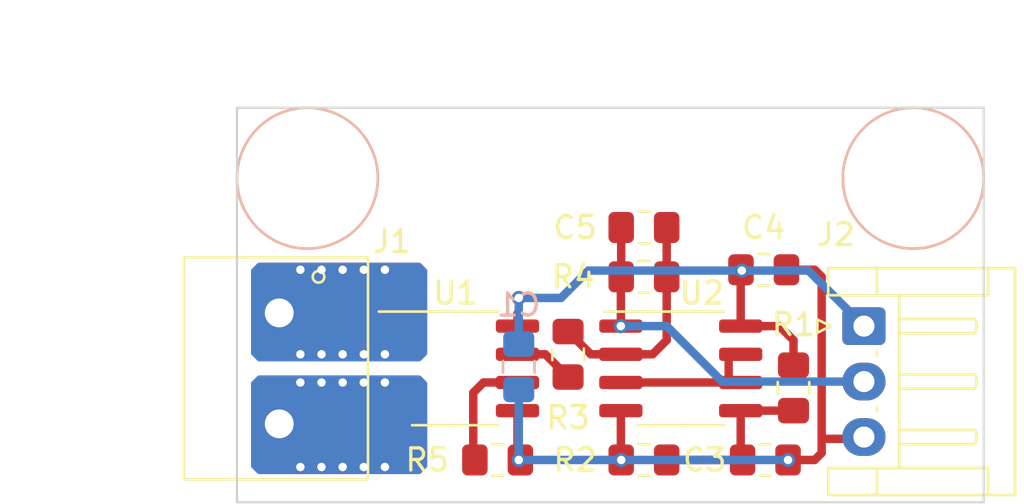
<source format=kicad_pcb>
(kicad_pcb (version 20171130) (host pcbnew "(5.1.5)-3")

  (general
    (thickness 1.6)
    (drawings 6)
    (tracks 94)
    (zones 0)
    (modules 15)
    (nets 11)
  )

  (page A4)
  (layers
    (0 F.Cu signal)
    (31 B.Cu signal)
    (32 B.Adhes user)
    (33 F.Adhes user)
    (34 B.Paste user)
    (35 F.Paste user)
    (36 B.SilkS user)
    (37 F.SilkS user)
    (38 B.Mask user)
    (39 F.Mask user)
    (40 Dwgs.User user)
    (41 Cmts.User user)
    (42 Eco1.User user)
    (43 Eco2.User user)
    (44 Edge.Cuts user)
    (45 Margin user)
    (46 B.CrtYd user)
    (47 F.CrtYd user)
    (48 B.Fab user hide)
    (49 F.Fab user hide)
  )

  (setup
    (last_trace_width 0.381)
    (trace_clearance 0.1524)
    (zone_clearance 0.508)
    (zone_45_only no)
    (trace_min 0.2)
    (via_size 0.635)
    (via_drill 0.381)
    (via_min_size 0.4)
    (via_min_drill 0.3)
    (uvia_size 0.3)
    (uvia_drill 0.1)
    (uvias_allowed no)
    (uvia_min_size 0.2)
    (uvia_min_drill 0.1)
    (edge_width 0.05)
    (segment_width 0.2)
    (pcb_text_width 0.3)
    (pcb_text_size 1.5 1.5)
    (mod_edge_width 0.12)
    (mod_text_size 1 1)
    (mod_text_width 0.15)
    (pad_size 1.524 1.524)
    (pad_drill 0.762)
    (pad_to_mask_clearance 0.051)
    (solder_mask_min_width 0.25)
    (aux_axis_origin 0 0)
    (grid_origin 130.175 102.235)
    (visible_elements 7FFFFFFF)
    (pcbplotparams
      (layerselection 0x010fc_ffffffff)
      (usegerberextensions false)
      (usegerberattributes false)
      (usegerberadvancedattributes false)
      (creategerberjobfile false)
      (excludeedgelayer true)
      (linewidth 0.100000)
      (plotframeref false)
      (viasonmask false)
      (mode 1)
      (useauxorigin false)
      (hpglpennumber 1)
      (hpglpenspeed 20)
      (hpglpendiameter 15.000000)
      (psnegative false)
      (psa4output false)
      (plotreference true)
      (plotvalue true)
      (plotinvisibletext false)
      (padsonsilk false)
      (subtractmaskfromsilk false)
      (outputformat 1)
      (mirror false)
      (drillshape 0)
      (scaleselection 1)
      (outputdirectory ""))
  )

  (net 0 "")
  (net 1 GND)
  (net 2 /NeutOut)
  (net 3 /Filter)
  (net 4 /Out)
  (net 5 /Neutral)
  (net 6 /VIOut)
  (net 7 /Amp+)
  (net 8 +3V3)
  (net 9 /Ref)
  (net 10 /Amp-)

  (net_class Default "This is the default net class."
    (clearance 0.1524)
    (trace_width 0.381)
    (via_dia 0.635)
    (via_drill 0.381)
    (uvia_dia 0.3)
    (uvia_drill 0.1)
    (add_net +3V3)
    (add_net /Amp+)
    (add_net /Amp-)
    (add_net /Filter)
    (add_net /NeutOut)
    (add_net /Neutral)
    (add_net /Out)
    (add_net /Ref)
    (add_net /VIOut)
    (add_net GND)
  )

  (module Resistor_SMD:R_0805_2012Metric_Pad1.15x1.40mm_HandSolder (layer F.Cu) (tedit 5B36C52B) (tstamp 5F2B026D)
    (at 141.9225 100.33 180)
    (descr "Resistor SMD 0805 (2012 Metric), square (rectangular) end terminal, IPC_7351 nominal with elongated pad for handsoldering. (Body size source: https://docs.google.com/spreadsheets/d/1BsfQQcO9C6DZCsRaXUlFlo91Tg2WpOkGARC1WS5S8t0/edit?usp=sharing), generated with kicad-footprint-generator")
    (tags "resistor handsolder")
    (path /5F2B14E5)
    (attr smd)
    (fp_text reference R5 (at 3.175 0) (layer F.SilkS)
      (effects (font (size 1 1) (thickness 0.15)))
    )
    (fp_text value 0 (at 0 1.65) (layer F.Fab)
      (effects (font (size 1 1) (thickness 0.15)))
    )
    (fp_text user %R (at 0 0) (layer F.Fab)
      (effects (font (size 0.5 0.5) (thickness 0.08)))
    )
    (fp_line (start 1.85 0.95) (end -1.85 0.95) (layer F.CrtYd) (width 0.05))
    (fp_line (start 1.85 -0.95) (end 1.85 0.95) (layer F.CrtYd) (width 0.05))
    (fp_line (start -1.85 -0.95) (end 1.85 -0.95) (layer F.CrtYd) (width 0.05))
    (fp_line (start -1.85 0.95) (end -1.85 -0.95) (layer F.CrtYd) (width 0.05))
    (fp_line (start -0.261252 0.71) (end 0.261252 0.71) (layer F.SilkS) (width 0.12))
    (fp_line (start -0.261252 -0.71) (end 0.261252 -0.71) (layer F.SilkS) (width 0.12))
    (fp_line (start 1 0.6) (end -1 0.6) (layer F.Fab) (width 0.1))
    (fp_line (start 1 -0.6) (end 1 0.6) (layer F.Fab) (width 0.1))
    (fp_line (start -1 -0.6) (end 1 -0.6) (layer F.Fab) (width 0.1))
    (fp_line (start -1 0.6) (end -1 -0.6) (layer F.Fab) (width 0.1))
    (pad 2 smd roundrect (at 1.025 0 180) (size 1.15 1.4) (layers F.Cu F.Paste F.Mask) (roundrect_rratio 0.217391)
      (net 3 /Filter))
    (pad 1 smd roundrect (at -1.025 0 180) (size 1.15 1.4) (layers F.Cu F.Paste F.Mask) (roundrect_rratio 0.217391)
      (net 1 GND))
    (model ${KISYS3DMOD}/Resistor_SMD.3dshapes/R_0805_2012Metric.wrl
      (at (xyz 0 0 0))
      (scale (xyz 1 1 1))
      (rotate (xyz 0 0 0))
    )
  )

  (module 0MiscParts:SOIC-8_3.9x5.4mm_P1.27mm (layer F.Cu) (tedit 5EECF883) (tstamp 5EEBF0A9)
    (at 150.1775 96.2025)
    (descr "SOIC, 8 Pin (JEDEC MS-012AA, https://www.analog.com/media/en/package-pcb-resources/package/pkg_pdf/soic_narrow-r/r_8.pdf), generated with kicad-footprint-generator ipc_gullwing_generator.py")
    (tags "SOIC SO")
    (path /5EEDAF12)
    (attr smd)
    (fp_text reference U2 (at 0.9525 -3.4) (layer F.SilkS)
      (effects (font (size 1 1) (thickness 0.15)))
    )
    (fp_text value OPA2170 (at 0 3.4) (layer F.Fab)
      (effects (font (size 1 1) (thickness 0.15)))
    )
    (fp_text user %R (at 0 0) (layer F.Fab)
      (effects (font (size 0.98 0.98) (thickness 0.15)))
    )
    (fp_line (start 3.9 -2.7) (end -3.9 -2.7) (layer F.CrtYd) (width 0.05))
    (fp_line (start 3.9 2.7) (end 3.9 -2.7) (layer F.CrtYd) (width 0.05))
    (fp_line (start -3.9 2.7) (end 3.9 2.7) (layer F.CrtYd) (width 0.05))
    (fp_line (start -3.9 -2.7) (end -3.9 2.7) (layer F.CrtYd) (width 0.05))
    (fp_line (start -1.95 -1.475) (end -0.975 -2.45) (layer F.Fab) (width 0.1))
    (fp_line (start -1.95 2.45) (end -1.95 -1.475) (layer F.Fab) (width 0.1))
    (fp_line (start 1.95 2.45) (end -1.95 2.45) (layer F.Fab) (width 0.1))
    (fp_line (start 1.95 -2.45) (end 1.95 2.45) (layer F.Fab) (width 0.1))
    (fp_line (start -0.975 -2.45) (end 1.95 -2.45) (layer F.Fab) (width 0.1))
    (fp_line (start 0 -2.56) (end -3.45 -2.56) (layer F.SilkS) (width 0.12))
    (fp_line (start 0 -2.56) (end 1.95 -2.56) (layer F.SilkS) (width 0.12))
    (fp_line (start 0 2.56) (end -1.95 2.56) (layer F.SilkS) (width 0.12))
    (fp_line (start 0 2.56) (end 1.95 2.56) (layer F.SilkS) (width 0.12))
    (pad 8 smd roundrect (at 2.7 -1.905) (size 1.95 0.6) (layers F.Cu F.Paste F.Mask) (roundrect_rratio 0.25)
      (net 8 +3V3))
    (pad 7 smd roundrect (at 2.7 -0.635) (size 1.95 0.6) (layers F.Cu F.Paste F.Mask) (roundrect_rratio 0.25)
      (net 7 /Amp+))
    (pad 6 smd roundrect (at 2.7 0.635) (size 1.95 0.6) (layers F.Cu F.Paste F.Mask) (roundrect_rratio 0.25)
      (net 7 /Amp+))
    (pad 5 smd roundrect (at 2.7 1.905) (size 1.95 0.6) (layers F.Cu F.Paste F.Mask) (roundrect_rratio 0.25)
      (net 9 /Ref))
    (pad 4 smd roundrect (at -2.7 1.905) (size 1.95 0.6) (layers F.Cu F.Paste F.Mask) (roundrect_rratio 0.25)
      (net 1 GND))
    (pad 3 smd roundrect (at -2.7 0.635) (size 1.95 0.6) (layers F.Cu F.Paste F.Mask) (roundrect_rratio 0.25)
      (net 7 /Amp+))
    (pad 2 smd roundrect (at -2.7 -0.635) (size 1.95 0.6) (layers F.Cu F.Paste F.Mask) (roundrect_rratio 0.25)
      (net 10 /Amp-))
    (pad 1 smd roundrect (at -2.7 -1.905) (size 1.95 0.6) (layers F.Cu F.Paste F.Mask) (roundrect_rratio 0.25)
      (net 4 /Out))
    (model ${KISYS3DMOD}/Package_SO.3dshapes/SOIC-8_3.9x4.9mm_P1.27mm.wrl
      (at (xyz 0 0 0))
      (scale (xyz 1 1 1))
      (rotate (xyz 0 0 0))
    )
  )

  (module 0MiscParts:SOIC-8_3.9x5.6mm_P1.27mm (layer F.Cu) (tedit 5EECF5C3) (tstamp 5EE9D3E8)
    (at 140.0175 96.2025)
    (descr "SOIC, 8 Pin (JEDEC MS-012AA, https://www.analog.com/media/en/package-pcb-resources/package/pkg_pdf/soic_narrow-r/r_8.pdf), generated with kicad-footprint-generator ipc_gullwing_generator.py")
    (tags "SOIC SO")
    (path /5EE8CBCB)
    (attr smd)
    (fp_text reference U1 (at 0 -3.4) (layer F.SilkS)
      (effects (font (size 1 1) (thickness 0.15)))
    )
    (fp_text value ACS712xLCTR-05B (at 0 3.4) (layer F.Fab)
      (effects (font (size 1 1) (thickness 0.15)))
    )
    (fp_text user %R (at 0 0) (layer F.Fab)
      (effects (font (size 0.98 0.98) (thickness 0.15)))
    )
    (fp_line (start 3.9 -2.7) (end -3.9 -2.7) (layer F.CrtYd) (width 0.05))
    (fp_line (start 3.9 2.7) (end 3.9 -2.7) (layer F.CrtYd) (width 0.05))
    (fp_line (start -3.9 2.7) (end 3.9 2.7) (layer F.CrtYd) (width 0.05))
    (fp_line (start -3.9 -2.7) (end -3.9 2.7) (layer F.CrtYd) (width 0.05))
    (fp_line (start -1.95 -1.475) (end -0.975 -2.45) (layer F.Fab) (width 0.1))
    (fp_line (start -1.95 2.45) (end -1.95 -1.475) (layer F.Fab) (width 0.1))
    (fp_line (start 1.95 2.45) (end -1.95 2.45) (layer F.Fab) (width 0.1))
    (fp_line (start 1.95 -2.45) (end 1.95 2.45) (layer F.Fab) (width 0.1))
    (fp_line (start -0.975 -2.45) (end 1.95 -2.45) (layer F.Fab) (width 0.1))
    (fp_line (start 0 -2.56) (end -3.45 -2.56) (layer F.SilkS) (width 0.12))
    (fp_line (start 0 -2.56) (end 1.95 -2.56) (layer F.SilkS) (width 0.12))
    (fp_line (start 0 2.56) (end -1.95 2.56) (layer F.SilkS) (width 0.12))
    (fp_line (start 0 2.56) (end 1.95 2.56) (layer F.SilkS) (width 0.12))
    (pad 8 smd roundrect (at 2.8 -1.905) (size 1.95 0.6) (layers F.Cu F.Paste F.Mask) (roundrect_rratio 0.25)
      (net 8 +3V3))
    (pad 7 smd roundrect (at 2.8 -0.635) (size 1.95 0.6) (layers F.Cu F.Paste F.Mask) (roundrect_rratio 0.25)
      (net 6 /VIOut))
    (pad 6 smd roundrect (at 2.8 0.635) (size 1.95 0.6) (layers F.Cu F.Paste F.Mask) (roundrect_rratio 0.25)
      (net 3 /Filter))
    (pad 5 smd roundrect (at 2.8 1.905) (size 1.95 0.6) (layers F.Cu F.Paste F.Mask) (roundrect_rratio 0.25)
      (net 1 GND))
    (pad 4 smd roundrect (at -2.8 1.905) (size 1.95 0.6) (layers F.Cu F.Paste F.Mask) (roundrect_rratio 0.25)
      (net 2 /NeutOut))
    (pad 3 smd roundrect (at -2.8 0.635) (size 1.95 0.6) (layers F.Cu F.Paste F.Mask) (roundrect_rratio 0.25)
      (net 2 /NeutOut))
    (pad 2 smd roundrect (at -2.8 -0.635) (size 1.95 0.6) (layers F.Cu F.Paste F.Mask) (roundrect_rratio 0.25)
      (net 5 /Neutral))
    (pad 1 smd roundrect (at -2.8 -1.905) (size 1.95 0.6) (layers F.Cu F.Paste F.Mask) (roundrect_rratio 0.25)
      (net 5 /Neutral))
    (model ${KISYS3DMOD}/Package_SO.3dshapes/SOIC-8_3.9x4.9mm_P1.27mm.wrl
      (at (xyz 0 0 0))
      (scale (xyz 1 1 1))
      (rotate (xyz 0 0 0))
    )
  )

  (module 0MiscParts:2_Pin_5mm (layer F.Cu) (tedit 5EECA103) (tstamp 5EE9D370)
    (at 132.08 96.2025 270)
    (path /5F100ECF)
    (fp_text reference J1 (at -5.715 -5.08 180) (layer F.SilkS)
      (effects (font (size 1 1) (thickness 0.15)))
    )
    (fp_text value Conn_01x02_Female (at 0 2.286 90) (layer F.Fab)
      (effects (font (size 1 1) (thickness 0.15)))
    )
    (fp_circle (center -4.1275 -1.770183) (end -4.064 -1.516183) (layer F.SilkS) (width 0.12))
    (fp_line (start -5 -4) (end -5 4.3) (layer F.SilkS) (width 0.12))
    (fp_line (start -5 4.3) (end 5 4.3) (layer F.SilkS) (width 0.12))
    (fp_line (start 5 4.3) (end 5 -4) (layer F.SilkS) (width 0.12))
    (fp_line (start -5 -4) (end 5 -4) (layer F.SilkS) (width 0.12))
    (pad 1 thru_hole circle (at -2.5 0 270) (size 2.413 2.413) (drill 1.3) (layers *.Cu *.Mask)
      (net 5 /Neutral))
    (pad 2 thru_hole circle (at 2.5 0 270) (size 2.413 2.413) (drill 1.3) (layers *.Cu *.Mask)
      (net 2 /NeutOut))
  )

  (module Resistor_SMD:R_0805_2012Metric_Pad1.15x1.40mm_HandSolder (layer F.Cu) (tedit 5B36C52B) (tstamp 5EEBF05D)
    (at 148.5175 92.075)
    (descr "Resistor SMD 0805 (2012 Metric), square (rectangular) end terminal, IPC_7351 nominal with elongated pad for handsoldering. (Body size source: https://docs.google.com/spreadsheets/d/1BsfQQcO9C6DZCsRaXUlFlo91Tg2WpOkGARC1WS5S8t0/edit?usp=sharing), generated with kicad-footprint-generator")
    (tags "resistor handsolder")
    (path /5EEDAF4E)
    (attr smd)
    (fp_text reference R4 (at -3.175 0) (layer F.SilkS)
      (effects (font (size 1 1) (thickness 0.15)))
    )
    (fp_text value 20k (at 0 1.65) (layer F.Fab)
      (effects (font (size 1 1) (thickness 0.15)))
    )
    (fp_text user %R (at 0 0) (layer F.Fab)
      (effects (font (size 0.5 0.5) (thickness 0.08)))
    )
    (fp_line (start 1.85 0.95) (end -1.85 0.95) (layer F.CrtYd) (width 0.05))
    (fp_line (start 1.85 -0.95) (end 1.85 0.95) (layer F.CrtYd) (width 0.05))
    (fp_line (start -1.85 -0.95) (end 1.85 -0.95) (layer F.CrtYd) (width 0.05))
    (fp_line (start -1.85 0.95) (end -1.85 -0.95) (layer F.CrtYd) (width 0.05))
    (fp_line (start -0.261252 0.71) (end 0.261252 0.71) (layer F.SilkS) (width 0.12))
    (fp_line (start -0.261252 -0.71) (end 0.261252 -0.71) (layer F.SilkS) (width 0.12))
    (fp_line (start 1 0.6) (end -1 0.6) (layer F.Fab) (width 0.1))
    (fp_line (start 1 -0.6) (end 1 0.6) (layer F.Fab) (width 0.1))
    (fp_line (start -1 -0.6) (end 1 -0.6) (layer F.Fab) (width 0.1))
    (fp_line (start -1 0.6) (end -1 -0.6) (layer F.Fab) (width 0.1))
    (pad 2 smd roundrect (at 1.025 0) (size 1.15 1.4) (layers F.Cu F.Paste F.Mask) (roundrect_rratio 0.217391)
      (net 10 /Amp-))
    (pad 1 smd roundrect (at -1.025 0) (size 1.15 1.4) (layers F.Cu F.Paste F.Mask) (roundrect_rratio 0.217391)
      (net 4 /Out))
    (model ${KISYS3DMOD}/Resistor_SMD.3dshapes/R_0805_2012Metric.wrl
      (at (xyz 0 0 0))
      (scale (xyz 1 1 1))
      (rotate (xyz 0 0 0))
    )
  )

  (module Resistor_SMD:R_0805_2012Metric_Pad1.15x1.40mm_HandSolder (layer F.Cu) (tedit 5B36C52B) (tstamp 5EEBF03C)
    (at 148.5175 100.33)
    (descr "Resistor SMD 0805 (2012 Metric), square (rectangular) end terminal, IPC_7351 nominal with elongated pad for handsoldering. (Body size source: https://docs.google.com/spreadsheets/d/1BsfQQcO9C6DZCsRaXUlFlo91Tg2WpOkGARC1WS5S8t0/edit?usp=sharing), generated with kicad-footprint-generator")
    (tags "resistor handsolder")
    (path /5EEDAF35)
    (attr smd)
    (fp_text reference R2 (at -3.1025 0) (layer F.SilkS)
      (effects (font (size 1 1) (thickness 0.15)))
    )
    (fp_text value 10k (at 0 1.65) (layer F.Fab)
      (effects (font (size 1 1) (thickness 0.15)))
    )
    (fp_text user %R (at 0 0) (layer F.Fab)
      (effects (font (size 0.5 0.5) (thickness 0.08)))
    )
    (fp_line (start 1.85 0.95) (end -1.85 0.95) (layer F.CrtYd) (width 0.05))
    (fp_line (start 1.85 -0.95) (end 1.85 0.95) (layer F.CrtYd) (width 0.05))
    (fp_line (start -1.85 -0.95) (end 1.85 -0.95) (layer F.CrtYd) (width 0.05))
    (fp_line (start -1.85 0.95) (end -1.85 -0.95) (layer F.CrtYd) (width 0.05))
    (fp_line (start -0.261252 0.71) (end 0.261252 0.71) (layer F.SilkS) (width 0.12))
    (fp_line (start -0.261252 -0.71) (end 0.261252 -0.71) (layer F.SilkS) (width 0.12))
    (fp_line (start 1 0.6) (end -1 0.6) (layer F.Fab) (width 0.1))
    (fp_line (start 1 -0.6) (end 1 0.6) (layer F.Fab) (width 0.1))
    (fp_line (start -1 -0.6) (end 1 -0.6) (layer F.Fab) (width 0.1))
    (fp_line (start -1 0.6) (end -1 -0.6) (layer F.Fab) (width 0.1))
    (pad 2 smd roundrect (at 1.025 0) (size 1.15 1.4) (layers F.Cu F.Paste F.Mask) (roundrect_rratio 0.217391)
      (net 9 /Ref))
    (pad 1 smd roundrect (at -1.025 0) (size 1.15 1.4) (layers F.Cu F.Paste F.Mask) (roundrect_rratio 0.217391)
      (net 1 GND))
    (model ${KISYS3DMOD}/Resistor_SMD.3dshapes/R_0805_2012Metric.wrl
      (at (xyz 0 0 0))
      (scale (xyz 1 1 1))
      (rotate (xyz 0 0 0))
    )
  )

  (module Resistor_SMD:R_0805_2012Metric_Pad1.15x1.40mm_HandSolder (layer F.Cu) (tedit 5B36C52B) (tstamp 5EEBF02B)
    (at 155.2575 97.0825 90)
    (descr "Resistor SMD 0805 (2012 Metric), square (rectangular) end terminal, IPC_7351 nominal with elongated pad for handsoldering. (Body size source: https://docs.google.com/spreadsheets/d/1BsfQQcO9C6DZCsRaXUlFlo91Tg2WpOkGARC1WS5S8t0/edit?usp=sharing), generated with kicad-footprint-generator")
    (tags "resistor handsolder")
    (path /5EEDAF24)
    (attr smd)
    (fp_text reference R1 (at 2.8575 0 180) (layer F.SilkS)
      (effects (font (size 1 1) (thickness 0.15)))
    )
    (fp_text value 10k (at 0 1.65 90) (layer F.Fab)
      (effects (font (size 1 1) (thickness 0.15)))
    )
    (fp_text user %R (at 0 0 90) (layer F.Fab)
      (effects (font (size 0.5 0.5) (thickness 0.08)))
    )
    (fp_line (start 1.85 0.95) (end -1.85 0.95) (layer F.CrtYd) (width 0.05))
    (fp_line (start 1.85 -0.95) (end 1.85 0.95) (layer F.CrtYd) (width 0.05))
    (fp_line (start -1.85 -0.95) (end 1.85 -0.95) (layer F.CrtYd) (width 0.05))
    (fp_line (start -1.85 0.95) (end -1.85 -0.95) (layer F.CrtYd) (width 0.05))
    (fp_line (start -0.261252 0.71) (end 0.261252 0.71) (layer F.SilkS) (width 0.12))
    (fp_line (start -0.261252 -0.71) (end 0.261252 -0.71) (layer F.SilkS) (width 0.12))
    (fp_line (start 1 0.6) (end -1 0.6) (layer F.Fab) (width 0.1))
    (fp_line (start 1 -0.6) (end 1 0.6) (layer F.Fab) (width 0.1))
    (fp_line (start -1 -0.6) (end 1 -0.6) (layer F.Fab) (width 0.1))
    (fp_line (start -1 0.6) (end -1 -0.6) (layer F.Fab) (width 0.1))
    (pad 2 smd roundrect (at 1.025 0 90) (size 1.15 1.4) (layers F.Cu F.Paste F.Mask) (roundrect_rratio 0.217391)
      (net 8 +3V3))
    (pad 1 smd roundrect (at -1.025 0 90) (size 1.15 1.4) (layers F.Cu F.Paste F.Mask) (roundrect_rratio 0.217391)
      (net 9 /Ref))
    (model ${KISYS3DMOD}/Resistor_SMD.3dshapes/R_0805_2012Metric.wrl
      (at (xyz 0 0 0))
      (scale (xyz 1 1 1))
      (rotate (xyz 0 0 0))
    )
  )

  (module Connector_JST:JST_EH_S3B-EH_1x03_P2.50mm_Horizontal (layer F.Cu) (tedit 5C281425) (tstamp 5EEBF01A)
    (at 158.4325 94.2975 270)
    (descr "JST EH series connector, S3B-EH (http://www.jst-mfg.com/product/pdf/eng/eEH.pdf), generated with kicad-footprint-generator")
    (tags "connector JST EH horizontal")
    (path /5EEDAF9A)
    (fp_text reference J2 (at -4.1275 1.27 180) (layer F.SilkS)
      (effects (font (size 1 1) (thickness 0.15)))
    )
    (fp_text value Conn_01x03_Male (at 2.5 2.7 90) (layer F.Fab)
      (effects (font (size 1 1) (thickness 0.15)))
    )
    (fp_text user %R (at 2.5 -2.6 90) (layer F.Fab)
      (effects (font (size 1 1) (thickness 0.15)))
    )
    (fp_line (start 0 -1.407107) (end 0.5 -0.7) (layer F.Fab) (width 0.1))
    (fp_line (start -0.5 -0.7) (end 0 -1.407107) (layer F.Fab) (width 0.1))
    (fp_line (start 0.3 2.1) (end 0 1.5) (layer F.SilkS) (width 0.12))
    (fp_line (start -0.3 2.1) (end 0.3 2.1) (layer F.SilkS) (width 0.12))
    (fp_line (start 0 1.5) (end -0.3 2.1) (layer F.SilkS) (width 0.12))
    (fp_line (start 5.32 -1.59) (end 5 -1.59) (layer F.SilkS) (width 0.12))
    (fp_line (start 5.32 -5.01) (end 5.32 -1.59) (layer F.SilkS) (width 0.12))
    (fp_line (start 5 -5.09) (end 5.32 -5.01) (layer F.SilkS) (width 0.12))
    (fp_line (start 4.68 -5.01) (end 5 -5.09) (layer F.SilkS) (width 0.12))
    (fp_line (start 4.68 -1.59) (end 4.68 -5.01) (layer F.SilkS) (width 0.12))
    (fp_line (start 5 -1.59) (end 4.68 -1.59) (layer F.SilkS) (width 0.12))
    (fp_line (start 3.67 -0.59) (end 3.83 -0.59) (layer F.SilkS) (width 0.12))
    (fp_line (start 2.82 -1.59) (end 2.5 -1.59) (layer F.SilkS) (width 0.12))
    (fp_line (start 2.82 -5.01) (end 2.82 -1.59) (layer F.SilkS) (width 0.12))
    (fp_line (start 2.5 -5.09) (end 2.82 -5.01) (layer F.SilkS) (width 0.12))
    (fp_line (start 2.18 -5.01) (end 2.5 -5.09) (layer F.SilkS) (width 0.12))
    (fp_line (start 2.18 -1.59) (end 2.18 -5.01) (layer F.SilkS) (width 0.12))
    (fp_line (start 2.5 -1.59) (end 2.18 -1.59) (layer F.SilkS) (width 0.12))
    (fp_line (start 1.17 -0.59) (end 1.33 -0.59) (layer F.SilkS) (width 0.12))
    (fp_line (start 0.32 -1.59) (end 0 -1.59) (layer F.SilkS) (width 0.12))
    (fp_line (start 0.32 -5.01) (end 0.32 -1.59) (layer F.SilkS) (width 0.12))
    (fp_line (start 0 -5.09) (end 0.32 -5.01) (layer F.SilkS) (width 0.12))
    (fp_line (start -0.32 -5.01) (end 0 -5.09) (layer F.SilkS) (width 0.12))
    (fp_line (start -0.32 -1.59) (end -0.32 -5.01) (layer F.SilkS) (width 0.12))
    (fp_line (start 0 -1.59) (end -0.32 -1.59) (layer F.SilkS) (width 0.12))
    (fp_line (start -1.39 -1.59) (end 6.39 -1.59) (layer F.SilkS) (width 0.12))
    (fp_line (start 6.39 -0.59) (end 7.61 -0.59) (layer F.SilkS) (width 0.12))
    (fp_line (start 6.39 -5.59) (end 6.39 -0.59) (layer F.SilkS) (width 0.12))
    (fp_line (start 7.61 -5.59) (end 6.39 -5.59) (layer F.SilkS) (width 0.12))
    (fp_line (start -1.39 -0.59) (end -2.61 -0.59) (layer F.SilkS) (width 0.12))
    (fp_line (start -1.39 -5.59) (end -1.39 -0.59) (layer F.SilkS) (width 0.12))
    (fp_line (start -2.61 -5.59) (end -1.39 -5.59) (layer F.SilkS) (width 0.12))
    (fp_line (start 6.39 1.61) (end 6.39 -0.59) (layer F.SilkS) (width 0.12))
    (fp_line (start 7.61 1.61) (end 6.39 1.61) (layer F.SilkS) (width 0.12))
    (fp_line (start 7.61 -6.81) (end 7.61 1.61) (layer F.SilkS) (width 0.12))
    (fp_line (start -2.61 -6.81) (end 7.61 -6.81) (layer F.SilkS) (width 0.12))
    (fp_line (start -2.61 1.61) (end -2.61 -6.81) (layer F.SilkS) (width 0.12))
    (fp_line (start -1.39 1.61) (end -2.61 1.61) (layer F.SilkS) (width 0.12))
    (fp_line (start -1.39 -0.59) (end -1.39 1.61) (layer F.SilkS) (width 0.12))
    (fp_line (start 8 -7.2) (end -3 -7.2) (layer F.CrtYd) (width 0.05))
    (fp_line (start 8 2) (end 8 -7.2) (layer F.CrtYd) (width 0.05))
    (fp_line (start -3 2) (end 8 2) (layer F.CrtYd) (width 0.05))
    (fp_line (start -3 -7.2) (end -3 2) (layer F.CrtYd) (width 0.05))
    (fp_line (start 6.5 -0.7) (end -1.5 -0.7) (layer F.Fab) (width 0.1))
    (fp_line (start 6.5 1.5) (end 6.5 -0.7) (layer F.Fab) (width 0.1))
    (fp_line (start 7.5 1.5) (end 6.5 1.5) (layer F.Fab) (width 0.1))
    (fp_line (start 7.5 -6.7) (end 7.5 1.5) (layer F.Fab) (width 0.1))
    (fp_line (start -2.5 -6.7) (end 7.5 -6.7) (layer F.Fab) (width 0.1))
    (fp_line (start -2.5 1.5) (end -2.5 -6.7) (layer F.Fab) (width 0.1))
    (fp_line (start -1.5 1.5) (end -2.5 1.5) (layer F.Fab) (width 0.1))
    (fp_line (start -1.5 -0.7) (end -1.5 1.5) (layer F.Fab) (width 0.1))
    (pad 3 thru_hole oval (at 5 0 270) (size 1.7 1.95) (drill 0.95) (layers *.Cu *.Mask)
      (net 1 GND))
    (pad 2 thru_hole oval (at 2.5 0 270) (size 1.7 1.95) (drill 0.95) (layers *.Cu *.Mask)
      (net 4 /Out))
    (pad 1 thru_hole roundrect (at 0 0 270) (size 1.7 1.95) (drill 0.95) (layers *.Cu *.Mask) (roundrect_rratio 0.147059)
      (net 8 +3V3))
    (model ${KISYS3DMOD}/Connector_JST.3dshapes/JST_EH_S3B-EH_1x03_P2.50mm_Horizontal.wrl
      (at (xyz 0 0 0))
      (scale (xyz 1 1 1))
      (rotate (xyz 0 0 0))
    )
  )

  (module Capacitor_SMD:C_0805_2012Metric_Pad1.15x1.40mm_HandSolder (layer F.Cu) (tedit 5B36C52B) (tstamp 5EEBEFB3)
    (at 148.5175 89.8525)
    (descr "Capacitor SMD 0805 (2012 Metric), square (rectangular) end terminal, IPC_7351 nominal with elongated pad for handsoldering. (Body size source: https://docs.google.com/spreadsheets/d/1BsfQQcO9C6DZCsRaXUlFlo91Tg2WpOkGARC1WS5S8t0/edit?usp=sharing), generated with kicad-footprint-generator")
    (tags "capacitor handsolder")
    (path /5EEEE058)
    (attr smd)
    (fp_text reference C5 (at -3.1025 0) (layer F.SilkS)
      (effects (font (size 1 1) (thickness 0.15)))
    )
    (fp_text value .001uf (at 0 1.65) (layer F.Fab)
      (effects (font (size 1 1) (thickness 0.15)))
    )
    (fp_text user %R (at 0 0) (layer F.Fab)
      (effects (font (size 0.5 0.5) (thickness 0.08)))
    )
    (fp_line (start 1.85 0.95) (end -1.85 0.95) (layer F.CrtYd) (width 0.05))
    (fp_line (start 1.85 -0.95) (end 1.85 0.95) (layer F.CrtYd) (width 0.05))
    (fp_line (start -1.85 -0.95) (end 1.85 -0.95) (layer F.CrtYd) (width 0.05))
    (fp_line (start -1.85 0.95) (end -1.85 -0.95) (layer F.CrtYd) (width 0.05))
    (fp_line (start -0.261252 0.71) (end 0.261252 0.71) (layer F.SilkS) (width 0.12))
    (fp_line (start -0.261252 -0.71) (end 0.261252 -0.71) (layer F.SilkS) (width 0.12))
    (fp_line (start 1 0.6) (end -1 0.6) (layer F.Fab) (width 0.1))
    (fp_line (start 1 -0.6) (end 1 0.6) (layer F.Fab) (width 0.1))
    (fp_line (start -1 -0.6) (end 1 -0.6) (layer F.Fab) (width 0.1))
    (fp_line (start -1 0.6) (end -1 -0.6) (layer F.Fab) (width 0.1))
    (pad 2 smd roundrect (at 1.025 0) (size 1.15 1.4) (layers F.Cu F.Paste F.Mask) (roundrect_rratio 0.217391)
      (net 10 /Amp-))
    (pad 1 smd roundrect (at -1.025 0) (size 1.15 1.4) (layers F.Cu F.Paste F.Mask) (roundrect_rratio 0.217391)
      (net 4 /Out))
    (model ${KISYS3DMOD}/Capacitor_SMD.3dshapes/C_0805_2012Metric.wrl
      (at (xyz 0 0 0))
      (scale (xyz 1 1 1))
      (rotate (xyz 0 0 0))
    )
  )

  (module Capacitor_SMD:C_0805_2012Metric_Pad1.15x1.40mm_HandSolder (layer F.Cu) (tedit 5B36C52B) (tstamp 5EEBEFA2)
    (at 153.915 91.7575)
    (descr "Capacitor SMD 0805 (2012 Metric), square (rectangular) end terminal, IPC_7351 nominal with elongated pad for handsoldering. (Body size source: https://docs.google.com/spreadsheets/d/1BsfQQcO9C6DZCsRaXUlFlo91Tg2WpOkGARC1WS5S8t0/edit?usp=sharing), generated with kicad-footprint-generator")
    (tags "capacitor handsolder")
    (path /5EEDAF69)
    (attr smd)
    (fp_text reference C4 (at 0 -1.905 180) (layer F.SilkS)
      (effects (font (size 1 1) (thickness 0.15)))
    )
    (fp_text value .1uf (at 0 1.65 180) (layer F.Fab)
      (effects (font (size 1 1) (thickness 0.15)))
    )
    (fp_text user %R (at 0 0 180) (layer F.Fab)
      (effects (font (size 0.5 0.5) (thickness 0.08)))
    )
    (fp_line (start 1.85 0.95) (end -1.85 0.95) (layer F.CrtYd) (width 0.05))
    (fp_line (start 1.85 -0.95) (end 1.85 0.95) (layer F.CrtYd) (width 0.05))
    (fp_line (start -1.85 -0.95) (end 1.85 -0.95) (layer F.CrtYd) (width 0.05))
    (fp_line (start -1.85 0.95) (end -1.85 -0.95) (layer F.CrtYd) (width 0.05))
    (fp_line (start -0.261252 0.71) (end 0.261252 0.71) (layer F.SilkS) (width 0.12))
    (fp_line (start -0.261252 -0.71) (end 0.261252 -0.71) (layer F.SilkS) (width 0.12))
    (fp_line (start 1 0.6) (end -1 0.6) (layer F.Fab) (width 0.1))
    (fp_line (start 1 -0.6) (end 1 0.6) (layer F.Fab) (width 0.1))
    (fp_line (start -1 -0.6) (end 1 -0.6) (layer F.Fab) (width 0.1))
    (fp_line (start -1 0.6) (end -1 -0.6) (layer F.Fab) (width 0.1))
    (pad 2 smd roundrect (at 1.025 0) (size 1.15 1.4) (layers F.Cu F.Paste F.Mask) (roundrect_rratio 0.217391)
      (net 1 GND))
    (pad 1 smd roundrect (at -1.025 0) (size 1.15 1.4) (layers F.Cu F.Paste F.Mask) (roundrect_rratio 0.217391)
      (net 8 +3V3))
    (model ${KISYS3DMOD}/Capacitor_SMD.3dshapes/C_0805_2012Metric.wrl
      (at (xyz 0 0 0))
      (scale (xyz 1 1 1))
      (rotate (xyz 0 0 0))
    )
  )

  (module Capacitor_SMD:C_0805_2012Metric_Pad1.15x1.40mm_HandSolder (layer F.Cu) (tedit 5B36C52B) (tstamp 5EEBEF91)
    (at 153.9875 100.33)
    (descr "Capacitor SMD 0805 (2012 Metric), square (rectangular) end terminal, IPC_7351 nominal with elongated pad for handsoldering. (Body size source: https://docs.google.com/spreadsheets/d/1BsfQQcO9C6DZCsRaXUlFlo91Tg2WpOkGARC1WS5S8t0/edit?usp=sharing), generated with kicad-footprint-generator")
    (tags "capacitor handsolder")
    (path /5EEDAF2A)
    (attr smd)
    (fp_text reference C3 (at -2.7305 0) (layer F.SilkS)
      (effects (font (size 1 1) (thickness 0.15)))
    )
    (fp_text value 1uf (at 0 1.65) (layer F.Fab)
      (effects (font (size 1 1) (thickness 0.15)))
    )
    (fp_text user %R (at 0 0) (layer F.Fab)
      (effects (font (size 0.5 0.5) (thickness 0.08)))
    )
    (fp_line (start 1.85 0.95) (end -1.85 0.95) (layer F.CrtYd) (width 0.05))
    (fp_line (start 1.85 -0.95) (end 1.85 0.95) (layer F.CrtYd) (width 0.05))
    (fp_line (start -1.85 -0.95) (end 1.85 -0.95) (layer F.CrtYd) (width 0.05))
    (fp_line (start -1.85 0.95) (end -1.85 -0.95) (layer F.CrtYd) (width 0.05))
    (fp_line (start -0.261252 0.71) (end 0.261252 0.71) (layer F.SilkS) (width 0.12))
    (fp_line (start -0.261252 -0.71) (end 0.261252 -0.71) (layer F.SilkS) (width 0.12))
    (fp_line (start 1 0.6) (end -1 0.6) (layer F.Fab) (width 0.1))
    (fp_line (start 1 -0.6) (end 1 0.6) (layer F.Fab) (width 0.1))
    (fp_line (start -1 -0.6) (end 1 -0.6) (layer F.Fab) (width 0.1))
    (fp_line (start -1 0.6) (end -1 -0.6) (layer F.Fab) (width 0.1))
    (pad 2 smd roundrect (at 1.025 0) (size 1.15 1.4) (layers F.Cu F.Paste F.Mask) (roundrect_rratio 0.217391)
      (net 1 GND))
    (pad 1 smd roundrect (at -1.025 0) (size 1.15 1.4) (layers F.Cu F.Paste F.Mask) (roundrect_rratio 0.217391)
      (net 9 /Ref))
    (model ${KISYS3DMOD}/Capacitor_SMD.3dshapes/C_0805_2012Metric.wrl
      (at (xyz 0 0 0))
      (scale (xyz 1 1 1))
      (rotate (xyz 0 0 0))
    )
  )

  (module "0MiscParts:MountingHole _1-8_1-4" (layer F.Cu) (tedit 5E4292CA) (tstamp 5EE9DA79)
    (at 160.655 87.63)
    (path /5F10C564)
    (fp_text reference H2 (at 0 2.032) (layer F.Fab)
      (effects (font (size 1 1) (thickness 0.15)))
    )
    (fp_text value MountingHole (at 0 -2.032) (layer F.Fab)
      (effects (font (size 1 1) (thickness 0.15)))
    )
    (fp_circle (center 0 0) (end 3.175 0) (layer B.SilkS) (width 0.12))
    (fp_circle (center 0 0) (end 3.175 0) (layer F.SilkS) (width 0.12))
    (pad "" np_thru_hole circle (at 0 0) (size 3.175 3.175) (drill 3.175) (layers *.Cu *.Mask))
  )

  (module "0MiscParts:MountingHole _1-8_1-4" (layer F.Cu) (tedit 5E4292CA) (tstamp 5EE9DA72)
    (at 133.35 87.63)
    (path /5F10C0DC)
    (fp_text reference H1 (at 0 2.032) (layer F.Fab)
      (effects (font (size 1 1) (thickness 0.15)))
    )
    (fp_text value MountingHole (at 0 -2.032) (layer F.Fab)
      (effects (font (size 1 1) (thickness 0.15)))
    )
    (fp_circle (center 0 0) (end 3.175 0) (layer B.SilkS) (width 0.12))
    (fp_circle (center 0 0) (end 3.175 0) (layer F.SilkS) (width 0.12))
    (pad "" np_thru_hole circle (at 0 0) (size 3.175 3.175) (drill 3.175) (layers *.Cu *.Mask))
  )

  (module Resistor_SMD:R_0805_2012Metric_Pad1.15x1.40mm_HandSolder (layer F.Cu) (tedit 5B36C52B) (tstamp 5EE9D3AC)
    (at 145.0975 95.5675 270)
    (descr "Resistor SMD 0805 (2012 Metric), square (rectangular) end terminal, IPC_7351 nominal with elongated pad for handsoldering. (Body size source: https://docs.google.com/spreadsheets/d/1BsfQQcO9C6DZCsRaXUlFlo91Tg2WpOkGARC1WS5S8t0/edit?usp=sharing), generated with kicad-footprint-generator")
    (tags "resistor handsolder")
    (path /5EF0FE60)
    (attr smd)
    (fp_text reference R3 (at 2.8575 0 180) (layer F.SilkS)
      (effects (font (size 1 1) (thickness 0.15)))
    )
    (fp_text value 20k (at 0 1.65 90) (layer F.Fab)
      (effects (font (size 1 1) (thickness 0.15)))
    )
    (fp_text user %R (at 0 0 90) (layer F.Fab)
      (effects (font (size 0.5 0.5) (thickness 0.08)))
    )
    (fp_line (start 1.85 0.95) (end -1.85 0.95) (layer F.CrtYd) (width 0.05))
    (fp_line (start 1.85 -0.95) (end 1.85 0.95) (layer F.CrtYd) (width 0.05))
    (fp_line (start -1.85 -0.95) (end 1.85 -0.95) (layer F.CrtYd) (width 0.05))
    (fp_line (start -1.85 0.95) (end -1.85 -0.95) (layer F.CrtYd) (width 0.05))
    (fp_line (start -0.261252 0.71) (end 0.261252 0.71) (layer F.SilkS) (width 0.12))
    (fp_line (start -0.261252 -0.71) (end 0.261252 -0.71) (layer F.SilkS) (width 0.12))
    (fp_line (start 1 0.6) (end -1 0.6) (layer F.Fab) (width 0.1))
    (fp_line (start 1 -0.6) (end 1 0.6) (layer F.Fab) (width 0.1))
    (fp_line (start -1 -0.6) (end 1 -0.6) (layer F.Fab) (width 0.1))
    (fp_line (start -1 0.6) (end -1 -0.6) (layer F.Fab) (width 0.1))
    (pad 2 smd roundrect (at 1.025 0 270) (size 1.15 1.4) (layers F.Cu F.Paste F.Mask) (roundrect_rratio 0.217391)
      (net 6 /VIOut))
    (pad 1 smd roundrect (at -1.025 0 270) (size 1.15 1.4) (layers F.Cu F.Paste F.Mask) (roundrect_rratio 0.217391)
      (net 10 /Amp-))
    (model ${KISYS3DMOD}/Resistor_SMD.3dshapes/R_0805_2012Metric.wrl
      (at (xyz 0 0 0))
      (scale (xyz 1 1 1))
      (rotate (xyz 0 0 0))
    )
  )

  (module Capacitor_SMD:C_0805_2012Metric_Pad1.15x1.40mm_HandSolder (layer B.Cu) (tedit 5B36C52B) (tstamp 5EE9D365)
    (at 142.875 96.13 270)
    (descr "Capacitor SMD 0805 (2012 Metric), square (rectangular) end terminal, IPC_7351 nominal with elongated pad for handsoldering. (Body size source: https://docs.google.com/spreadsheets/d/1BsfQQcO9C6DZCsRaXUlFlo91Tg2WpOkGARC1WS5S8t0/edit?usp=sharing), generated with kicad-footprint-generator")
    (tags "capacitor handsolder")
    (path /5F106D7C)
    (attr smd)
    (fp_text reference C1 (at -2.785 0 180) (layer B.SilkS)
      (effects (font (size 1 1) (thickness 0.15)) (justify mirror))
    )
    (fp_text value .1uf (at 0 -1.65 90) (layer B.Fab)
      (effects (font (size 1 1) (thickness 0.15)) (justify mirror))
    )
    (fp_text user %R (at 0 0 90) (layer B.Fab)
      (effects (font (size 0.5 0.5) (thickness 0.08)) (justify mirror))
    )
    (fp_line (start 1.85 -0.95) (end -1.85 -0.95) (layer B.CrtYd) (width 0.05))
    (fp_line (start 1.85 0.95) (end 1.85 -0.95) (layer B.CrtYd) (width 0.05))
    (fp_line (start -1.85 0.95) (end 1.85 0.95) (layer B.CrtYd) (width 0.05))
    (fp_line (start -1.85 -0.95) (end -1.85 0.95) (layer B.CrtYd) (width 0.05))
    (fp_line (start -0.261252 -0.71) (end 0.261252 -0.71) (layer B.SilkS) (width 0.12))
    (fp_line (start -0.261252 0.71) (end 0.261252 0.71) (layer B.SilkS) (width 0.12))
    (fp_line (start 1 -0.6) (end -1 -0.6) (layer B.Fab) (width 0.1))
    (fp_line (start 1 0.6) (end 1 -0.6) (layer B.Fab) (width 0.1))
    (fp_line (start -1 0.6) (end 1 0.6) (layer B.Fab) (width 0.1))
    (fp_line (start -1 -0.6) (end -1 0.6) (layer B.Fab) (width 0.1))
    (pad 2 smd roundrect (at 1.025 0 270) (size 1.15 1.4) (layers B.Cu B.Paste B.Mask) (roundrect_rratio 0.217391)
      (net 1 GND))
    (pad 1 smd roundrect (at -1.025 0 270) (size 1.15 1.4) (layers B.Cu B.Paste B.Mask) (roundrect_rratio 0.217391)
      (net 8 +3V3))
    (model ${KISYS3DMOD}/Capacitor_SMD.3dshapes/C_0805_2012Metric.wrl
      (at (xyz 0 0 0))
      (scale (xyz 1 1 1))
      (rotate (xyz 0 0 0))
    )
  )

  (dimension 17.78 (width 0.15) (layer Dwgs.User)
    (gr_text "0.7000 in" (at 123.16 93.345 90) (layer Dwgs.User)
      (effects (font (size 1 1) (thickness 0.15)))
    )
    (feature1 (pts (xy 130.175 84.455) (xy 123.873579 84.455)))
    (feature2 (pts (xy 130.175 102.235) (xy 123.873579 102.235)))
    (crossbar (pts (xy 124.46 102.235) (xy 124.46 84.455)))
    (arrow1a (pts (xy 124.46 84.455) (xy 125.046421 85.581504)))
    (arrow1b (pts (xy 124.46 84.455) (xy 123.873579 85.581504)))
    (arrow2a (pts (xy 124.46 102.235) (xy 125.046421 101.108496)))
    (arrow2b (pts (xy 124.46 102.235) (xy 123.873579 101.108496)))
  )
  (dimension 33.655 (width 0.15) (layer Dwgs.User)
    (gr_text "1.3250 in" (at 147.0025 80.2975) (layer Dwgs.User)
      (effects (font (size 1 1) (thickness 0.15)))
    )
    (feature1 (pts (xy 163.83 84.455) (xy 163.83 81.011079)))
    (feature2 (pts (xy 130.175 84.455) (xy 130.175 81.011079)))
    (crossbar (pts (xy 130.175 81.5975) (xy 163.83 81.5975)))
    (arrow1a (pts (xy 163.83 81.5975) (xy 162.703496 82.183921)))
    (arrow1b (pts (xy 163.83 81.5975) (xy 162.703496 81.011079)))
    (arrow2a (pts (xy 130.175 81.5975) (xy 131.301504 82.183921)))
    (arrow2b (pts (xy 130.175 81.5975) (xy 131.301504 81.011079)))
  )
  (gr_line (start 163.83 84.455) (end 163.83 102.235) (layer Edge.Cuts) (width 0.1))
  (gr_line (start 130.175 84.455) (end 163.83 84.455) (layer Edge.Cuts) (width 0.1))
  (gr_line (start 130.175 102.235) (end 130.175 84.455) (layer Edge.Cuts) (width 0.1))
  (gr_line (start 163.83 102.235) (end 130.175 102.235) (layer Edge.Cuts) (width 0.1))

  (via (at 142.875 100.33) (size 0.635) (drill 0.381) (layers F.Cu B.Cu) (net 1))
  (segment (start 147.4925 100.33) (end 147.4925 100.33) (width 0.381) (layer F.Cu) (net 1) (tstamp 5EEC03D0))
  (via (at 147.4925 100.33) (size 0.635) (drill 0.381) (layers F.Cu B.Cu) (net 1))
  (segment (start 156.21 100.33) (end 156.5275 100.0125) (width 0.381) (layer F.Cu) (net 1))
  (segment (start 158.3525 99.3775) (end 158.4325 99.2975) (width 0.381) (layer F.Cu) (net 1))
  (segment (start 156.5275 99.3775) (end 158.3525 99.3775) (width 0.381) (layer F.Cu) (net 1))
  (segment (start 156.5275 100.0125) (end 156.5275 99.3775) (width 0.381) (layer F.Cu) (net 1))
  (segment (start 142.5575 98.1725) (end 142.4925 98.1075) (width 0.381) (layer F.Cu) (net 1))
  (segment (start 147.4775 100.315) (end 147.4925 100.33) (width 0.381) (layer F.Cu) (net 1))
  (segment (start 147.4775 98.1075) (end 147.4775 100.315) (width 0.381) (layer F.Cu) (net 1))
  (segment (start 156.21 100.33) (end 155.0125 100.33) (width 0.381) (layer F.Cu) (net 1))
  (segment (start 156.5275 99.3775) (end 156.5275 92.075) (width 0.381) (layer F.Cu) (net 1))
  (segment (start 156.21 91.7575) (end 154.94 91.7575) (width 0.381) (layer F.Cu) (net 1))
  (segment (start 156.5275 92.075) (end 156.21 91.7575) (width 0.381) (layer F.Cu) (net 1))
  (segment (start 155.0125 100.33) (end 155.0125 100.33) (width 0.381) (layer F.Cu) (net 1) (tstamp 5EED2A65))
  (via (at 155.0125 100.33) (size 0.635) (drill 0.381) (layers F.Cu B.Cu) (net 1))
  (segment (start 155.0125 100.33) (end 147.4925 100.33) (width 0.381) (layer B.Cu) (net 1))
  (segment (start 142.8175 100.2725) (end 142.875 100.33) (width 0.381) (layer F.Cu) (net 1))
  (segment (start 142.8175 98.1075) (end 142.8175 100.2725) (width 0.381) (layer F.Cu) (net 1))
  (segment (start 142.875 100.33) (end 147.4925 100.33) (width 0.381) (layer B.Cu) (net 1))
  (segment (start 142.875 97.155) (end 142.875 100.33) (width 0.381) (layer B.Cu) (net 1))
  (via (at 136.8425 96.8375) (size 0.635) (drill 0.381) (layers F.Cu B.Cu) (net 2))
  (segment (start 137.5425 96.8375) (end 137.5425 98.1075) (width 0.381) (layer F.Cu) (net 2))
  (segment (start 132.08 98.7025) (end 134.025 98.7025) (width 0.381) (layer F.Cu) (net 2))
  (segment (start 134.62 98.1075) (end 137.5425 98.1075) (width 0.381) (layer F.Cu) (net 2))
  (segment (start 134.025 98.7025) (end 134.62 98.1075) (width 0.381) (layer F.Cu) (net 2))
  (via (at 133.0325 96.8375) (size 0.635) (drill 0.381) (layers F.Cu B.Cu) (net 2))
  (via (at 133.985 96.8375) (size 0.635) (drill 0.381) (layers F.Cu B.Cu) (net 2))
  (via (at 134.9375 96.8375) (size 0.635) (drill 0.381) (layers F.Cu B.Cu) (net 2))
  (via (at 135.89 96.8375) (size 0.635) (drill 0.381) (layers F.Cu B.Cu) (net 2))
  (via (at 133.0325 100.6475) (size 0.635) (drill 0.381) (layers F.Cu B.Cu) (net 2))
  (via (at 133.985 100.6475) (size 0.635) (drill 0.381) (layers F.Cu B.Cu) (net 2))
  (via (at 134.9375 100.6475) (size 0.635) (drill 0.381) (layers F.Cu B.Cu) (net 2))
  (via (at 135.89 100.6475) (size 0.635) (drill 0.381) (layers F.Cu B.Cu) (net 2))
  (via (at 136.8425 100.6475) (size 0.635) (drill 0.381) (layers F.Cu B.Cu) (net 2))
  (segment (start 140.825 100.33) (end 140.825 97.3) (width 0.381) (layer F.Cu) (net 3))
  (segment (start 141.2875 96.8375) (end 142.8175 96.8375) (width 0.381) (layer F.Cu) (net 3))
  (segment (start 140.825 97.3) (end 141.2875 96.8375) (width 0.381) (layer F.Cu) (net 3))
  (segment (start 147.385 94.2975) (end 147.385 94.2975) (width 0.381) (layer F.Cu) (net 4))
  (via (at 147.475 94.2975) (size 0.635) (drill 0.381) (layers F.Cu B.Cu) (net 4))
  (segment (start 158.4325 96.7975) (end 152.0425 96.7975) (width 0.381) (layer B.Cu) (net 4))
  (segment (start 152.0425 96.7975) (end 149.5425 94.2975) (width 0.381) (layer B.Cu) (net 4))
  (segment (start 147.4925 92.075) (end 147.4925 89.8525) (width 0.381) (layer F.Cu) (net 4))
  (segment (start 147.4775 92.09) (end 147.4925 92.075) (width 0.381) (layer F.Cu) (net 4))
  (segment (start 147.4775 94.2975) (end 147.4775 92.09) (width 0.381) (layer F.Cu) (net 4))
  (segment (start 149.5425 94.2975) (end 147.475 94.2975) (width 0.381) (layer B.Cu) (net 4))
  (via (at 136.8425 95.5675) (size 0.635) (drill 0.381) (layers F.Cu B.Cu) (net 5))
  (segment (start 137.5425 94.2975) (end 137.5425 95.5675) (width 0.381) (layer F.Cu) (net 5))
  (segment (start 132.08 93.7025) (end 133.7075 93.7025) (width 0.381) (layer F.Cu) (net 5))
  (segment (start 134.3025 94.2975) (end 137.5425 94.2975) (width 0.381) (layer F.Cu) (net 5))
  (segment (start 133.7075 93.7025) (end 134.3025 94.2975) (width 0.381) (layer F.Cu) (net 5))
  (via (at 133.0325 95.5675) (size 0.635) (drill 0.381) (layers F.Cu B.Cu) (net 5))
  (via (at 133.985 95.5675) (size 0.635) (drill 0.381) (layers F.Cu B.Cu) (net 5))
  (via (at 134.9375 95.5675) (size 0.635) (drill 0.381) (layers F.Cu B.Cu) (net 5))
  (via (at 135.89 95.5675) (size 0.635) (drill 0.381) (layers F.Cu B.Cu) (net 5))
  (via (at 136.8425 91.7575) (size 0.635) (drill 0.381) (layers F.Cu B.Cu) (net 5))
  (via (at 135.89 91.7575) (size 0.635) (drill 0.381) (layers F.Cu B.Cu) (net 5))
  (via (at 134.9375 91.7575) (size 0.635) (drill 0.381) (layers F.Cu B.Cu) (net 5))
  (via (at 133.985 91.7575) (size 0.635) (drill 0.381) (layers F.Cu B.Cu) (net 5))
  (via (at 133.0325 91.7575) (size 0.635) (drill 0.381) (layers F.Cu B.Cu) (net 5))
  (segment (start 144.0725 95.5675) (end 145.0975 96.5925) (width 0.381) (layer F.Cu) (net 6))
  (segment (start 142.8175 95.5675) (end 144.0725 95.5675) (width 0.381) (layer F.Cu) (net 6))
  (segment (start 152.335 95.5675) (end 152.335 96.8375) (width 0.381) (layer F.Cu) (net 7))
  (segment (start 147.4775 96.8375) (end 152.8775 96.8375) (width 0.381) (layer F.Cu) (net 7))
  (segment (start 142.875 93.0275) (end 142.875 93.0275) (width 0.381) (layer B.Cu) (net 8))
  (via (at 142.875 93.0275) (size 0.635) (drill 0.381) (layers F.Cu B.Cu) (net 8))
  (segment (start 142.8175 94.2975) (end 142.8175 93.72) (width 0.381) (layer F.Cu) (net 8))
  (segment (start 142.875 93.6625) (end 142.875 93.0275) (width 0.381) (layer F.Cu) (net 8))
  (segment (start 142.8175 93.72) (end 142.875 93.6625) (width 0.381) (layer F.Cu) (net 8))
  (segment (start 142.875 95.105) (end 142.875 93.0275) (width 0.381) (layer B.Cu) (net 8))
  (segment (start 144.78 93.0275) (end 142.875 93.0275) (width 0.381) (layer B.Cu) (net 8))
  (segment (start 152.85375 91.79375) (end 146.01375 91.79375) (width 0.381) (layer B.Cu) (net 8))
  (segment (start 152.89 91.7575) (end 152.85375 91.79375) (width 0.381) (layer B.Cu) (net 8))
  (segment (start 155.92875 91.79375) (end 158.4325 94.2975) (width 0.381) (layer B.Cu) (net 8))
  (segment (start 152.89 91.7575) (end 152.92625 91.79375) (width 0.381) (layer B.Cu) (net 8))
  (segment (start 146.01375 91.79375) (end 144.78 93.0275) (width 0.381) (layer B.Cu) (net 8))
  (segment (start 152.92625 91.79375) (end 155.92875 91.79375) (width 0.381) (layer B.Cu) (net 8))
  (segment (start 152.92625 91.79375) (end 152.92625 91.79375) (width 0.381) (layer B.Cu) (net 8) (tstamp 5EED26C0))
  (via (at 152.92625 91.79375) (size 0.635) (drill 0.381) (layers F.Cu B.Cu) (net 8))
  (segment (start 152.8775 91.77) (end 152.89 91.7575) (width 0.381) (layer F.Cu) (net 8))
  (segment (start 152.8775 94.2975) (end 152.8775 91.77) (width 0.381) (layer F.Cu) (net 8))
  (segment (start 152.8775 94.2975) (end 154.6225 94.2975) (width 0.381) (layer F.Cu) (net 8))
  (segment (start 155.2575 94.9325) (end 155.2575 96.0575) (width 0.381) (layer F.Cu) (net 8))
  (segment (start 154.6225 94.2975) (end 155.2575 94.9325) (width 0.381) (layer F.Cu) (net 8))
  (segment (start 152.8775 100.245) (end 152.9625 100.33) (width 0.381) (layer F.Cu) (net 9))
  (segment (start 152.8775 98.1075) (end 152.8775 100.245) (width 0.381) (layer F.Cu) (net 9))
  (segment (start 155.2575 98.1075) (end 152.8775 98.1075) (width 0.381) (layer F.Cu) (net 9))
  (segment (start 152.9625 100.33) (end 149.5425 100.33) (width 0.381) (layer F.Cu) (net 9))
  (segment (start 149.5425 92.075) (end 149.5425 89.8525) (width 0.381) (layer F.Cu) (net 10))
  (segment (start 146.1225 95.5675) (end 145.0975 94.5425) (width 0.381) (layer F.Cu) (net 10))
  (segment (start 147.4775 95.5675) (end 146.1225 95.5675) (width 0.381) (layer F.Cu) (net 10))
  (segment (start 147.4775 95.5675) (end 148.9075 95.5675) (width 0.381) (layer F.Cu) (net 10))
  (segment (start 149.5425 94.9325) (end 149.5425 92.075) (width 0.381) (layer F.Cu) (net 10))
  (segment (start 148.9075 95.5675) (end 149.5425 94.9325) (width 0.381) (layer F.Cu) (net 10))

  (zone (net 5) (net_name /Neutral) (layer F.Cu) (tstamp 5EED2D3D) (hatch edge 0.508)
    (connect_pads yes (clearance 0.508))
    (min_thickness 0.254)
    (fill yes (arc_segments 32) (thermal_gap 0.508) (thermal_bridge_width 0.508))
    (polygon
      (pts
        (xy 138.7475 95.5675) (xy 138.43 95.885) (xy 131.1275 95.885) (xy 130.81 95.5675) (xy 130.81 91.7575)
        (xy 131.1275 91.44) (xy 138.43 91.44) (xy 138.7475 91.7575)
      )
    )
    (filled_polygon
      (pts
        (xy 138.6205 91.810106) (xy 138.6205 95.514894) (xy 138.377394 95.758) (xy 131.180106 95.758) (xy 130.937 95.514894)
        (xy 130.937 91.810106) (xy 131.180106 91.567) (xy 138.377394 91.567)
      )
    )
  )
  (zone (net 2) (net_name /NeutOut) (layer B.Cu) (tstamp 5EED2D3A) (hatch edge 0.508)
    (connect_pads yes (clearance 0.508))
    (min_thickness 0.254)
    (fill yes (arc_segments 32) (thermal_gap 0.508) (thermal_bridge_width 0.508))
    (polygon
      (pts
        (xy 138.7475 96.8375) (xy 138.7475 100.6475) (xy 138.43 100.965) (xy 131.1275 100.965) (xy 130.81 100.6475)
        (xy 130.81 96.8375) (xy 131.1275 96.52) (xy 138.43 96.52)
      )
    )
    (filled_polygon
      (pts
        (xy 138.6205 96.890106) (xy 138.6205 100.594894) (xy 138.377394 100.838) (xy 131.180106 100.838) (xy 130.937 100.594894)
        (xy 130.937 96.890106) (xy 131.180106 96.647) (xy 138.377394 96.647)
      )
    )
  )
  (zone (net 2) (net_name /NeutOut) (layer F.Cu) (tstamp 5EED2D37) (hatch edge 0.508)
    (connect_pads yes (clearance 0.508))
    (min_thickness 0.254)
    (fill yes (arc_segments 32) (thermal_gap 0.508) (thermal_bridge_width 0.508))
    (polygon
      (pts
        (xy 138.7475 96.8375) (xy 138.7475 100.6475) (xy 138.43 100.965) (xy 131.1275 100.965) (xy 130.81 100.6475)
        (xy 130.81 96.8375) (xy 131.1275 96.52) (xy 138.43 96.52)
      )
    )
    (filled_polygon
      (pts
        (xy 138.6205 96.890106) (xy 138.6205 100.594894) (xy 138.377394 100.838) (xy 131.180106 100.838) (xy 130.937 100.594894)
        (xy 130.937 96.890106) (xy 131.180106 96.647) (xy 138.377394 96.647)
      )
    )
  )
  (zone (net 5) (net_name /Neutral) (layer B.Cu) (tstamp 5EED2D34) (hatch edge 0.508)
    (connect_pads yes (clearance 0.508))
    (min_thickness 0.254)
    (fill yes (arc_segments 32) (thermal_gap 0.508) (thermal_bridge_width 0.508))
    (polygon
      (pts
        (xy 138.7475 91.7575) (xy 138.7475 95.5675) (xy 138.43 95.885) (xy 131.1275 95.885) (xy 130.81 95.5675)
        (xy 130.81 91.7575) (xy 131.1275 91.44) (xy 138.43 91.44)
      )
    )
    (filled_polygon
      (pts
        (xy 138.6205 91.810106) (xy 138.6205 95.514894) (xy 138.377394 95.758) (xy 131.180106 95.758) (xy 130.937 95.514894)
        (xy 130.937 91.810106) (xy 131.180106 91.567) (xy 138.377394 91.567)
      )
    )
  )
)

</source>
